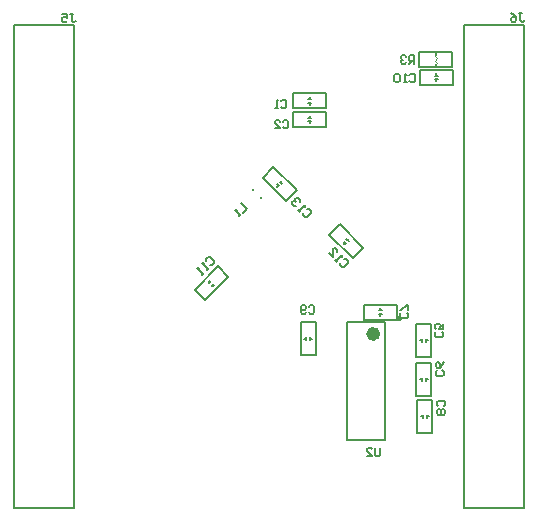
<source format=gbo>
G04*
G04 #@! TF.GenerationSoftware,Altium Limited,Altium NEXUS,4.0.7 (54)*
G04*
G04 Layer_Color=32896*
%FSLAX44Y44*%
%MOMM*%
G71*
G04*
G04 #@! TF.SameCoordinates,2F636ACE-6931-4982-A4A6-23C36C612785*
G04*
G04*
G04 #@! TF.FilePolarity,Positive*
G04*
G01*
G75*
%ADD11C,0.6000*%
%ADD12C,0.2500*%
%ADD13C,0.1270*%
%ADD14C,0.2000*%
%ADD16C,0.1250*%
%ADD17C,0.1600*%
D11*
X319500Y158500D02*
G03*
X319500Y158500I-3000J0D01*
G01*
D12*
X340000Y171700D02*
G03*
X340000Y171700I-1250J0D01*
G01*
D13*
X222770Y290750D02*
X242526Y270993D01*
X251507Y279974D01*
X231750Y299730D02*
X251507Y279974D01*
X222770Y290750D02*
X231750Y299730D01*
X238552Y286776D02*
X239436Y287660D01*
X237315Y287306D02*
X239083Y285539D01*
X235194Y285185D02*
X236961Y283417D01*
X234840Y283064D02*
X235724Y283948D01*
X295026Y238302D02*
X295910Y239186D01*
X293789Y238833D02*
X295556Y237065D01*
X291667Y236711D02*
X293435Y234944D01*
X291314Y234590D02*
X292198Y235474D01*
X299000Y222520D02*
X307980Y231500D01*
X279244Y242276D02*
X299000Y222520D01*
X279244Y242276D02*
X288224Y251257D01*
X307980Y231500D01*
X322356Y173806D02*
Y175056D01*
X321106Y175556D02*
X323606D01*
X321106Y178556D02*
X323606D01*
X322356Y179056D02*
Y180306D01*
X308386Y170706D02*
Y183406D01*
X336326D01*
Y170706D02*
Y183406D01*
X308386Y170706D02*
X336326D01*
X248660Y333650D02*
X276600D01*
Y346350D01*
X248660D02*
X276600D01*
X248660Y333650D02*
Y346350D01*
X262630Y342000D02*
Y343250D01*
X261380Y341500D02*
X263880D01*
X261380Y338500D02*
X263880D01*
X262630Y336750D02*
Y338000D01*
X365600Y139280D02*
Y167220D01*
X352900D02*
X365600D01*
X352900Y139280D02*
Y167220D01*
Y139280D02*
X365600D01*
X356000Y153250D02*
X357250D01*
X357750Y152000D02*
Y154500D01*
X360750Y152000D02*
Y154500D01*
X361250Y153250D02*
X362500D01*
X267600Y140410D02*
Y168350D01*
X254900D02*
X267600D01*
X254900Y140410D02*
Y168350D01*
Y140410D02*
X267600D01*
X258000Y154380D02*
X259250D01*
X259750Y153130D02*
Y155630D01*
X262750Y153130D02*
Y155630D01*
X263250Y154380D02*
X264500Y154380D01*
X366600Y74780D02*
Y102720D01*
X353900D02*
X366600D01*
X353900Y74780D02*
Y102720D01*
Y74780D02*
X366600D01*
X357000Y88750D02*
X358250D01*
X358750Y87500D02*
Y90000D01*
X361750Y87500D02*
Y90000D01*
X362250Y88750D02*
X363500D01*
X365600Y106030D02*
Y133970D01*
X352900D02*
X365600D01*
X352900Y106030D02*
Y133970D01*
Y106030D02*
X365600D01*
X356000Y120000D02*
X357250D01*
X357750Y118750D02*
Y121250D01*
X360750Y118750D02*
X360750Y121250D01*
X361250Y120000D02*
X362500D01*
X262630Y352500D02*
Y353750D01*
X261380Y354250D02*
X263880D01*
X261380Y357250D02*
X263880D01*
X262630Y357750D02*
Y359000D01*
X248660Y349400D02*
Y362100D01*
X276600D01*
Y349400D02*
Y362100D01*
X248660Y349400D02*
X276600D01*
X355530Y384650D02*
X383470D01*
Y397350D01*
X355530D02*
X383470D01*
X355530Y384650D02*
Y397350D01*
X369500Y395000D02*
Y397000D01*
Y385000D02*
Y387000D01*
X180914Y199836D02*
X181798Y198952D01*
X179677Y199305D02*
X181444Y201073D01*
X177555Y201427D02*
X179323Y203195D01*
X177202Y203548D02*
X178086Y202664D01*
X165132Y195862D02*
X174112Y186882D01*
X165132Y195862D02*
X184888Y215618D01*
X193868Y206638D01*
X174112Y186882D02*
X193868Y206638D01*
X369750Y377750D02*
Y379000D01*
X368500Y377250D02*
X371000D01*
X368500Y374250D02*
X371000D01*
X369750Y372500D02*
Y373750D01*
X383720Y369400D02*
Y382100D01*
X355780Y369400D02*
X383720D01*
X355780D02*
Y382100D01*
X383720D01*
D14*
X214464Y280432D02*
X214818Y280786D01*
X221182Y273714D02*
X221535Y274068D01*
X294500Y68500D02*
X326500Y68500D01*
X294500Y168500D02*
X326500D01*
X294500Y68500D02*
Y168500D01*
X326500Y68500D02*
X326500Y168500D01*
X12300Y420200D02*
X63100D01*
Y10800D02*
Y420200D01*
X12300Y10800D02*
X63100D01*
X12300D02*
Y420200D01*
X393300D02*
X444100D01*
Y10800D02*
Y420200D01*
X393300Y10800D02*
X444100D01*
X393300D02*
Y420200D01*
D16*
X369496Y386996D02*
X370500Y388000D01*
X368500Y390000D02*
X370500Y388000D01*
X368500Y390000D02*
X370500Y392000D01*
X368496Y393996D02*
X369500Y395000D01*
X368500Y394000D02*
X370500Y392000D01*
D17*
X291898Y222151D02*
X293547D01*
X295196Y220502D01*
Y218852D01*
X291898Y215554D01*
X290248D01*
X288599Y217203D01*
Y218852D01*
X286125Y219677D02*
X284475Y221326D01*
X285300Y220502D01*
X290248Y225450D01*
Y223801D01*
X278703Y227099D02*
X282001Y223801D01*
Y230398D01*
X282826Y231223D01*
X284475D01*
X286125Y229573D01*
Y227924D01*
X344938Y176390D02*
X346105Y175224D01*
Y172891D01*
X344938Y171725D01*
X340273D01*
X339107Y172891D01*
Y175224D01*
X340273Y176390D01*
X346105Y178722D02*
Y183388D01*
X344938D01*
X340273Y178722D01*
X339107D01*
X322581Y61999D02*
Y56167D01*
X321415Y55001D01*
X319083D01*
X317916Y56167D01*
Y61999D01*
X310919Y55001D02*
X315584D01*
X310919Y59666D01*
Y60833D01*
X312085Y61999D01*
X314417D01*
X315584Y60833D01*
X351331Y387251D02*
Y394249D01*
X347833D01*
X346666Y393083D01*
Y390750D01*
X347833Y389584D01*
X351331D01*
X348999D02*
X346666Y387251D01*
X344334Y393083D02*
X343167Y394249D01*
X340835D01*
X339669Y393083D01*
Y391916D01*
X340835Y390750D01*
X342001D01*
X340835D01*
X339669Y389584D01*
Y388417D01*
X340835Y387251D01*
X343167D01*
X344334Y388417D01*
X204825Y269523D02*
X209773Y264575D01*
X206474Y261276D01*
X204825Y259627D02*
X203175Y257977D01*
X204000Y258802D01*
X199052Y263750D01*
X200701D01*
X439916Y429999D02*
X442249D01*
X441083D01*
Y424167D01*
X442249Y423001D01*
X443415D01*
X444581Y424167D01*
X432919Y429999D02*
X435251Y428833D01*
X437584Y426500D01*
Y424167D01*
X436417Y423001D01*
X434085D01*
X432919Y424167D01*
Y425334D01*
X434085Y426500D01*
X437584D01*
X59916Y429499D02*
X62249D01*
X61083D01*
Y423667D01*
X62249Y422501D01*
X63415D01*
X64581Y423667D01*
X52919Y429499D02*
X57584D01*
Y426000D01*
X55251Y427166D01*
X54085D01*
X52919Y426000D01*
Y423667D01*
X54085Y422501D01*
X56417D01*
X57584Y423667D01*
X260174Y264125D02*
X261823D01*
X263473Y262475D01*
Y260826D01*
X260174Y257527D01*
X258525D01*
X256875Y259177D01*
Y260826D01*
X254401Y261651D02*
X252752Y263300D01*
X253576Y262475D01*
X258525Y267424D01*
Y265774D01*
X254401Y269898D02*
Y271547D01*
X252752Y273196D01*
X251102D01*
X250278Y272372D01*
Y270722D01*
X251102Y269898D01*
X250278Y270722D01*
X248628D01*
X247804Y269898D01*
Y268248D01*
X249453Y266599D01*
X251102D01*
X174662Y220211D02*
Y221861D01*
X176312Y223510D01*
X177961D01*
X181260Y220211D01*
Y218562D01*
X179611Y216912D01*
X177961D01*
X177136Y214438D02*
X175487Y212789D01*
X176312Y213613D01*
X171364Y218562D01*
X173013D01*
Y210315D02*
X171364Y208665D01*
X172188Y209490D01*
X167240Y214438D01*
X168890D01*
X347082Y377333D02*
X348248Y378499D01*
X350581D01*
X351747Y377333D01*
Y372667D01*
X350581Y371501D01*
X348248D01*
X347082Y372667D01*
X344749Y371501D02*
X342417D01*
X343583D01*
Y378499D01*
X344749Y377333D01*
X338918D02*
X337752Y378499D01*
X335419D01*
X334253Y377333D01*
Y372667D01*
X335419Y371501D01*
X337752D01*
X338918Y372667D01*
Y377333D01*
X261889Y181453D02*
X263055Y182620D01*
X265388D01*
X266554Y181453D01*
Y176788D01*
X265388Y175622D01*
X263055D01*
X261889Y176788D01*
X259556D02*
X258390Y175622D01*
X256057D01*
X254891Y176788D01*
Y181453D01*
X256057Y182620D01*
X258390D01*
X259556Y181453D01*
Y180287D01*
X258390Y179121D01*
X254891D01*
X371417Y97166D02*
X370251Y98333D01*
Y100665D01*
X371417Y101832D01*
X376083D01*
X377249Y100665D01*
Y98333D01*
X376083Y97166D01*
X371417Y94834D02*
X370251Y93667D01*
Y91335D01*
X371417Y90169D01*
X372584D01*
X373750Y91335D01*
X374916Y90169D01*
X376083D01*
X377249Y91335D01*
Y93667D01*
X376083Y94834D01*
X374916D01*
X373750Y93667D01*
X372584Y94834D01*
X371417D01*
X373750Y93667D02*
Y91335D01*
X375083Y127584D02*
X376249Y126417D01*
Y124085D01*
X375083Y122919D01*
X370417D01*
X369251Y124085D01*
Y126417D01*
X370417Y127584D01*
X376249Y134581D02*
X375083Y132249D01*
X372750Y129916D01*
X370417D01*
X369251Y131083D01*
Y133415D01*
X370417Y134581D01*
X371584D01*
X372750Y133415D01*
Y129916D01*
X374583Y160334D02*
X375749Y159167D01*
Y156835D01*
X374583Y155668D01*
X369917D01*
X368751Y156835D01*
Y159167D01*
X369917Y160334D01*
X375749Y167331D02*
Y162666D01*
X372250D01*
X373416Y164999D01*
Y166165D01*
X372250Y167331D01*
X369917D01*
X368751Y166165D01*
Y163832D01*
X369917Y162666D01*
X239916Y338333D02*
X241083Y339499D01*
X243415D01*
X244582Y338333D01*
Y333667D01*
X243415Y332501D01*
X241083D01*
X239916Y333667D01*
X232918Y332501D02*
X237584D01*
X232918Y337166D01*
Y338333D01*
X234085Y339499D01*
X236417D01*
X237584Y338333D01*
X238250Y355583D02*
X239416Y356749D01*
X241749D01*
X242915Y355583D01*
Y350917D01*
X241749Y349751D01*
X239416D01*
X238250Y350917D01*
X235917Y349751D02*
X233585D01*
X234751D01*
Y356749D01*
X235917Y355583D01*
M02*

</source>
